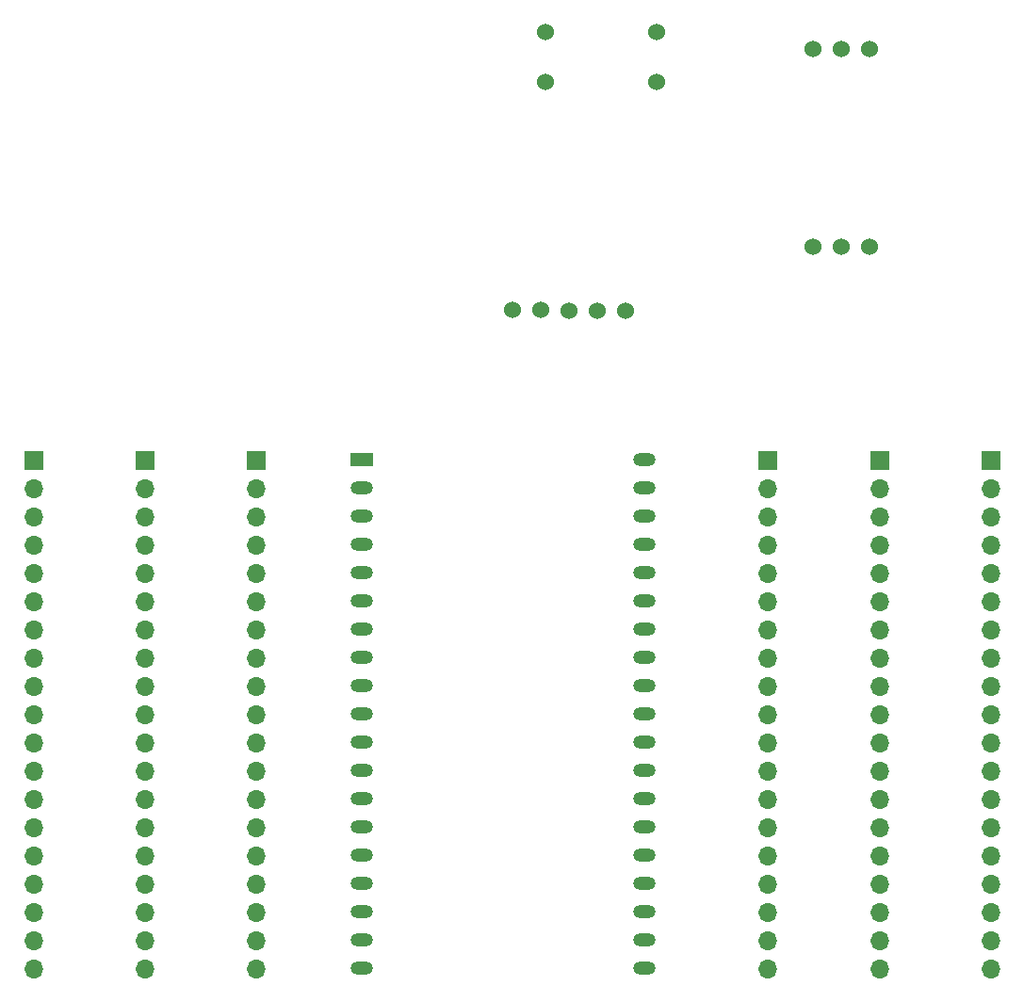
<source format=gbr>
%TF.GenerationSoftware,KiCad,Pcbnew,8.0.1*%
%TF.CreationDate,2024-03-28T21:01:30+03:00*%
%TF.ProjectId,esp32_board,65737033-325f-4626-9f61-72642e6b6963,rev?*%
%TF.SameCoordinates,Original*%
%TF.FileFunction,Soldermask,Top*%
%TF.FilePolarity,Negative*%
%FSLAX46Y46*%
G04 Gerber Fmt 4.6, Leading zero omitted, Abs format (unit mm)*
G04 Created by KiCad (PCBNEW 8.0.1) date 2024-03-28 21:01:30*
%MOMM*%
%LPD*%
G01*
G04 APERTURE LIST*
%ADD10R,2.000000X1.200000*%
%ADD11O,2.000000X1.200000*%
%ADD12C,1.524000*%
%ADD13R,1.700000X1.700000*%
%ADD14O,1.700000X1.700000*%
G04 APERTURE END LIST*
D10*
%TO.C,U1*%
X134500000Y-92440000D03*
D11*
X134500000Y-94980000D03*
X134500000Y-97520000D03*
X134500000Y-100060000D03*
X134500000Y-102600000D03*
X134500000Y-105140000D03*
X134500000Y-107680000D03*
X134500000Y-110220000D03*
X134500000Y-112760000D03*
X134500000Y-115300000D03*
X134500000Y-117840000D03*
X134500000Y-120380000D03*
X134500000Y-122920000D03*
X134500000Y-125460000D03*
X134500000Y-128000000D03*
X134500000Y-130540000D03*
X134500000Y-133080000D03*
X134500000Y-135620000D03*
X134500000Y-138160000D03*
X159896320Y-138157280D03*
X159896320Y-135617280D03*
X159900000Y-133080000D03*
X159900000Y-130540000D03*
X159900000Y-128000000D03*
X159900000Y-125460000D03*
X159900000Y-122920000D03*
X159900000Y-120380000D03*
X159900000Y-117840000D03*
X159900000Y-115300000D03*
X159900000Y-112760000D03*
X159900000Y-110220000D03*
X159900000Y-107680000D03*
X159900000Y-105140000D03*
X159900000Y-102600000D03*
X159900000Y-100060000D03*
X159900000Y-97520000D03*
X159900000Y-94980000D03*
X159900000Y-92440000D03*
%TD*%
D12*
%TO.C,R1*%
X151000000Y-53988000D03*
X161000000Y-53988000D03*
%TD*%
%TO.C,R2*%
X151000000Y-58500000D03*
X161000000Y-58500000D03*
%TD*%
%TO.C,gps1*%
X148000000Y-79000000D03*
X150540000Y-79000000D03*
X153080000Y-79080000D03*
X155620000Y-79080000D03*
X158160000Y-79080000D03*
%TD*%
D13*
%TO.C,J5*%
X171000000Y-92480000D03*
D14*
X171000000Y-95020000D03*
X171000000Y-97560000D03*
X171000000Y-100100000D03*
X171000000Y-102640000D03*
X171000000Y-105180000D03*
X171000000Y-107720000D03*
X171000000Y-110260000D03*
X171000000Y-112800000D03*
X171000000Y-115340000D03*
X171000000Y-117880000D03*
X171000000Y-120420000D03*
X171000000Y-122960000D03*
X171000000Y-125500000D03*
X171000000Y-128040000D03*
X171000000Y-130580000D03*
X171000000Y-133120000D03*
X171000000Y-135660000D03*
X171000000Y-138200000D03*
%TD*%
D12*
%TO.C,compass1*%
X175000000Y-73300000D03*
X177540000Y-73300000D03*
X180080000Y-73300000D03*
X175000000Y-55500000D03*
X177540000Y-55500000D03*
X180080000Y-55500000D03*
%TD*%
D13*
%TO.C,J1*%
X191000000Y-92480000D03*
D14*
X191000000Y-95020000D03*
X191000000Y-97560000D03*
X191000000Y-100100000D03*
X191000000Y-102640000D03*
X191000000Y-105180000D03*
X191000000Y-107720000D03*
X191000000Y-110260000D03*
X191000000Y-112800000D03*
X191000000Y-115340000D03*
X191000000Y-117880000D03*
X191000000Y-120420000D03*
X191000000Y-122960000D03*
X191000000Y-125500000D03*
X191000000Y-128040000D03*
X191000000Y-130580000D03*
X191000000Y-133120000D03*
X191000000Y-135660000D03*
X191000000Y-138200000D03*
%TD*%
D13*
%TO.C,J4*%
X115000000Y-92480000D03*
D14*
X115000000Y-95020000D03*
X115000000Y-97560000D03*
X115000000Y-100100000D03*
X115000000Y-102640000D03*
X115000000Y-105180000D03*
X115000000Y-107720000D03*
X115000000Y-110260000D03*
X115000000Y-112800000D03*
X115000000Y-115340000D03*
X115000000Y-117880000D03*
X115000000Y-120420000D03*
X115000000Y-122960000D03*
X115000000Y-125500000D03*
X115000000Y-128040000D03*
X115000000Y-130580000D03*
X115000000Y-133120000D03*
X115000000Y-135660000D03*
X115000000Y-138200000D03*
%TD*%
D13*
%TO.C,J3*%
X125000000Y-92480000D03*
D14*
X125000000Y-95020000D03*
X125000000Y-97560000D03*
X125000000Y-100100000D03*
X125000000Y-102640000D03*
X125000000Y-105180000D03*
X125000000Y-107720000D03*
X125000000Y-110260000D03*
X125000000Y-112800000D03*
X125000000Y-115340000D03*
X125000000Y-117880000D03*
X125000000Y-120420000D03*
X125000000Y-122960000D03*
X125000000Y-125500000D03*
X125000000Y-128040000D03*
X125000000Y-130580000D03*
X125000000Y-133120000D03*
X125000000Y-135660000D03*
X125000000Y-138200000D03*
%TD*%
D13*
%TO.C,J2*%
X105000000Y-92480000D03*
D14*
X105000000Y-95020000D03*
X105000000Y-97560000D03*
X105000000Y-100100000D03*
X105000000Y-102640000D03*
X105000000Y-105180000D03*
X105000000Y-107720000D03*
X105000000Y-110260000D03*
X105000000Y-112800000D03*
X105000000Y-115340000D03*
X105000000Y-117880000D03*
X105000000Y-120420000D03*
X105000000Y-122960000D03*
X105000000Y-125500000D03*
X105000000Y-128040000D03*
X105000000Y-130580000D03*
X105000000Y-133120000D03*
X105000000Y-135660000D03*
X105000000Y-138200000D03*
%TD*%
D13*
%TO.C,J6*%
X181000000Y-92480000D03*
D14*
X181000000Y-95020000D03*
X181000000Y-97560000D03*
X181000000Y-100100000D03*
X181000000Y-102640000D03*
X181000000Y-105180000D03*
X181000000Y-107720000D03*
X181000000Y-110260000D03*
X181000000Y-112800000D03*
X181000000Y-115340000D03*
X181000000Y-117880000D03*
X181000000Y-120420000D03*
X181000000Y-122960000D03*
X181000000Y-125500000D03*
X181000000Y-128040000D03*
X181000000Y-130580000D03*
X181000000Y-133120000D03*
X181000000Y-135660000D03*
X181000000Y-138200000D03*
%TD*%
M02*

</source>
